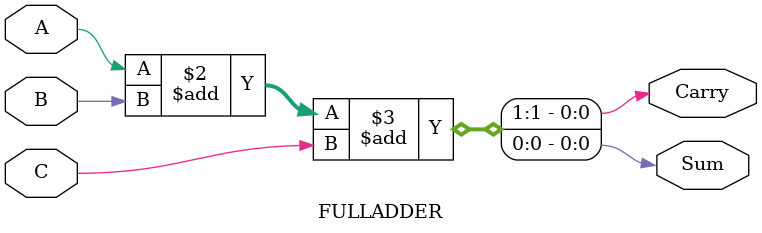
<source format=v>
module FULLADDER(Sum, Carry, A, B, C);
  input A, B, C;
  wire a;
  output  Sum, Carry;
  reg Sum, Carry;
  
  always@(A or B or C)
  {Carry, Sum} = A + B + C;
endmodule
</source>
